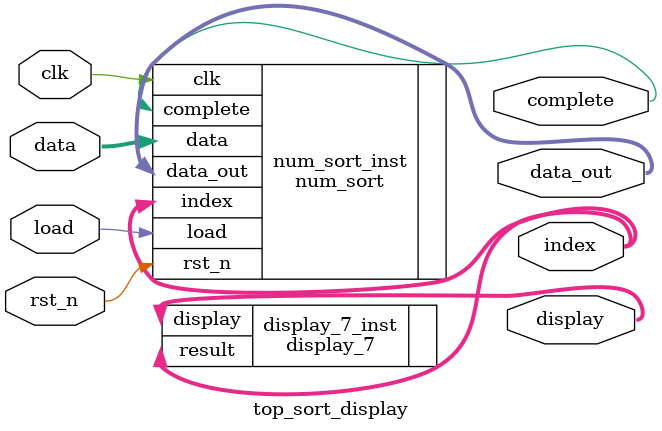
<source format=v>
`timescale 1ns / 1ps


module top_sort_display(
    input clk,
	input rst_n,
	//input signed [15:0] data0,data1,data2,data3,data4,data5,data6,data7,data8,data9,
	input signed [159:0] data,
	input load,
	output complete,   // Íê³ÉÐÅºÅ
	output [3:0] index,  // ÅÅÐòºó×î´óÊýµÄË÷Òý
    //output signed [15:0] data_out0,data_out1,data_out2,data_out3,data_out4,data_out5,data_out6,data_out7,data_out8,data_out9,
    output signed [159:0] data_out,
    output [6:0] display
    );
    
    num_sort num_sort_inst(
	       .clk(clk),
	       .rst_n(rst_n),
	       /*
	       .data0(data0),
	       .data1(data1),
	       .data2(data2),
	       .data3(data3),
	       .data4(data4),
	       .data5(data5),
	       .data6(data6),
	       .data7(data7),
	       .data8(data8),
	       .data9(data9),
	       */
	       .data(data),
	       .load(load),
	       .complete(complete),
	       .index(index),
	       /*
	       .data_out0(data_out0),
	       .data_out1(data_out1),
	       .data_out2(data_out2),
	       .data_out3(data_out3),
	       .data_out4(data_out4),
	       .data_out5(data_out5),
	       .data_out6(data_out6),
	       .data_out7(data_out7),
	       .data_out8(data_out8),
	       .data_out9(data_out9)
	       */
	       .data_out(data_out)
	   );
	   
    display_7 display_7_inst(
           .result(index),
           .display(display)       
       );
endmodule

</source>
